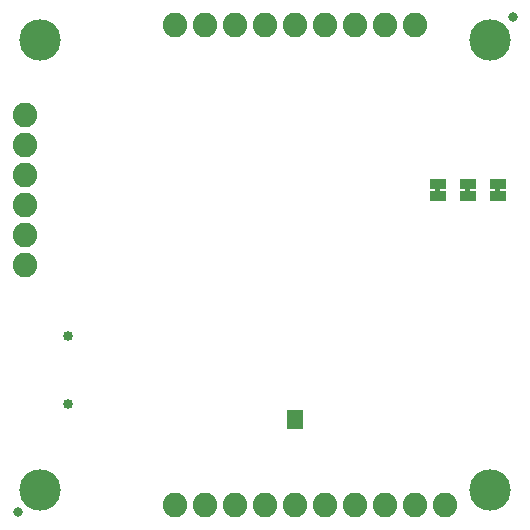
<source format=gbs>
G75*
%MOIN*%
%OFA0B0*%
%FSLAX25Y25*%
%IPPOS*%
%LPD*%
%AMOC8*
5,1,8,0,0,1.08239X$1,22.5*
%
%ADD10C,0.13800*%
%ADD11C,0.08200*%
%ADD12R,0.05800X0.03300*%
%ADD13C,0.00500*%
%ADD14C,0.03300*%
%ADD15C,0.03359*%
D10*
X0196300Y0085000D03*
X0346300Y0085000D03*
X0346300Y0235000D03*
X0196300Y0235000D03*
D11*
X0241300Y0240000D03*
X0251300Y0240000D03*
X0261300Y0240000D03*
X0271300Y0240000D03*
X0281300Y0240000D03*
X0291300Y0240000D03*
X0301300Y0240000D03*
X0311300Y0240000D03*
X0321300Y0240000D03*
X0191300Y0210000D03*
X0191300Y0200000D03*
X0191300Y0190000D03*
X0191300Y0180000D03*
X0191300Y0170000D03*
X0191300Y0160000D03*
X0241300Y0080000D03*
X0251300Y0080000D03*
X0261300Y0080000D03*
X0271300Y0080000D03*
X0281300Y0080000D03*
X0291300Y0080000D03*
X0301300Y0080000D03*
X0311300Y0080000D03*
X0321300Y0080000D03*
X0331300Y0080000D03*
D12*
X0281300Y0106900D03*
X0281300Y0110100D03*
X0328800Y0183000D03*
X0328800Y0187000D03*
X0338800Y0187000D03*
X0338800Y0183000D03*
X0348800Y0183000D03*
X0348800Y0187000D03*
D13*
X0349300Y0185750D02*
X0348300Y0185750D01*
X0348300Y0184250D01*
X0349300Y0184250D01*
X0349300Y0185750D01*
X0349300Y0185670D02*
X0348300Y0185670D01*
X0348300Y0185171D02*
X0349300Y0185171D01*
X0349300Y0184672D02*
X0348300Y0184672D01*
X0339300Y0184672D02*
X0338300Y0184672D01*
X0338300Y0184250D02*
X0339300Y0184250D01*
X0339300Y0185750D01*
X0338300Y0185750D01*
X0338300Y0184250D01*
X0338300Y0185171D02*
X0339300Y0185171D01*
X0339300Y0185670D02*
X0338300Y0185670D01*
X0329300Y0185670D02*
X0328300Y0185670D01*
X0328300Y0185750D02*
X0329300Y0185750D01*
X0329300Y0184250D01*
X0328300Y0184250D01*
X0328300Y0185750D01*
X0328300Y0185171D02*
X0329300Y0185171D01*
X0329300Y0184672D02*
X0328300Y0184672D01*
D14*
X0188800Y0077500D03*
X0353800Y0242500D03*
D15*
X0205611Y0136378D03*
X0205611Y0113622D03*
M02*

</source>
